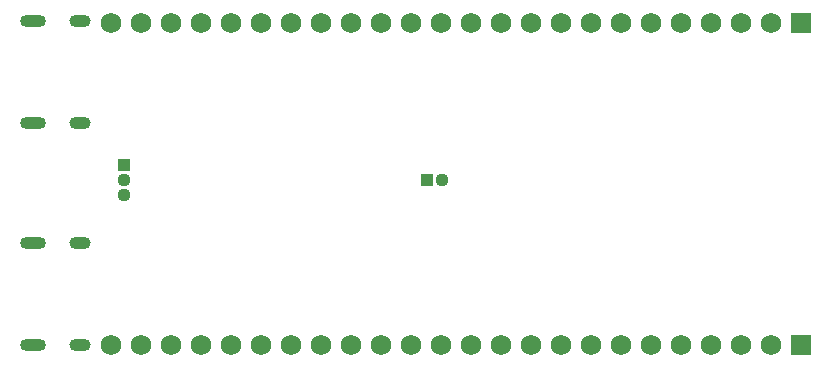
<source format=gbs>
G04*
G04 #@! TF.GenerationSoftware,Altium Limited,Altium Designer,24.10.1 (45)*
G04*
G04 Layer_Color=16711935*
%FSLAX25Y25*%
%MOIN*%
G70*
G04*
G04 #@! TF.SameCoordinates,F1117688-C2E4-4B3A-BF9F-62EBCE255B8A*
G04*
G04*
G04 #@! TF.FilePolarity,Negative*
G04*
G01*
G75*
%ADD51C,0.06800*%
%ADD52R,0.06800X0.06800*%
G04:AMPARAMS|DCode=53|XSize=39.37mil|YSize=70.87mil|CornerRadius=19.68mil|HoleSize=0mil|Usage=FLASHONLY|Rotation=270.000|XOffset=0mil|YOffset=0mil|HoleType=Round|Shape=RoundedRectangle|*
%AMROUNDEDRECTD53*
21,1,0.03937,0.03150,0,0,270.0*
21,1,0.00000,0.07087,0,0,270.0*
1,1,0.03937,-0.01575,0.00000*
1,1,0.03937,-0.01575,0.00000*
1,1,0.03937,0.01575,0.00000*
1,1,0.03937,0.01575,0.00000*
%
%ADD53ROUNDEDRECTD53*%
G04:AMPARAMS|DCode=54|XSize=39.37mil|YSize=86.61mil|CornerRadius=19.68mil|HoleSize=0mil|Usage=FLASHONLY|Rotation=270.000|XOffset=0mil|YOffset=0mil|HoleType=Round|Shape=RoundedRectangle|*
%AMROUNDEDRECTD54*
21,1,0.03937,0.04724,0,0,270.0*
21,1,0.00000,0.08661,0,0,270.0*
1,1,0.03937,-0.02362,0.00000*
1,1,0.03937,-0.02362,0.00000*
1,1,0.03937,0.02362,0.00000*
1,1,0.03937,0.02362,0.00000*
%
%ADD54ROUNDEDRECTD54*%
%ADD55C,0.04400*%
%ADD56R,0.04400X0.04400*%
%ADD57R,0.04400X0.04400*%
D51*
X202500Y5000D02*
D03*
X212500D02*
D03*
X52500D02*
D03*
X42500D02*
D03*
X232500D02*
D03*
X222500D02*
D03*
X192500D02*
D03*
X182500D02*
D03*
X172500D02*
D03*
X162500D02*
D03*
X152500D02*
D03*
X142500D02*
D03*
X132500D02*
D03*
X122500D02*
D03*
X112500D02*
D03*
X102500D02*
D03*
X92500D02*
D03*
X82500D02*
D03*
X62500Y112500D02*
D03*
X72500D02*
D03*
X82500D02*
D03*
X92500D02*
D03*
X102500D02*
D03*
X112500D02*
D03*
X122500D02*
D03*
X132500D02*
D03*
X142500D02*
D03*
X152500D02*
D03*
X162500D02*
D03*
X172500D02*
D03*
X182500D02*
D03*
X192500D02*
D03*
X202500D02*
D03*
X212500D02*
D03*
X222500D02*
D03*
X232500D02*
D03*
X252500Y5000D02*
D03*
X42500Y112500D02*
D03*
X32500Y5000D02*
D03*
X242500Y112500D02*
D03*
X72500Y5000D02*
D03*
X62500D02*
D03*
X242500D02*
D03*
X52500Y112500D02*
D03*
X252500D02*
D03*
X32500D02*
D03*
D52*
X262500D02*
D03*
Y5000D02*
D03*
D53*
X22220Y113008D02*
D03*
Y39008D02*
D03*
Y78992D02*
D03*
Y4992D02*
D03*
D54*
X6472Y113008D02*
D03*
Y78992D02*
D03*
Y39008D02*
D03*
Y4992D02*
D03*
D55*
X37000Y60000D02*
D03*
Y55000D02*
D03*
X143000Y60000D02*
D03*
D56*
X37000Y65000D02*
D03*
D57*
X138000Y60000D02*
D03*
M02*

</source>
